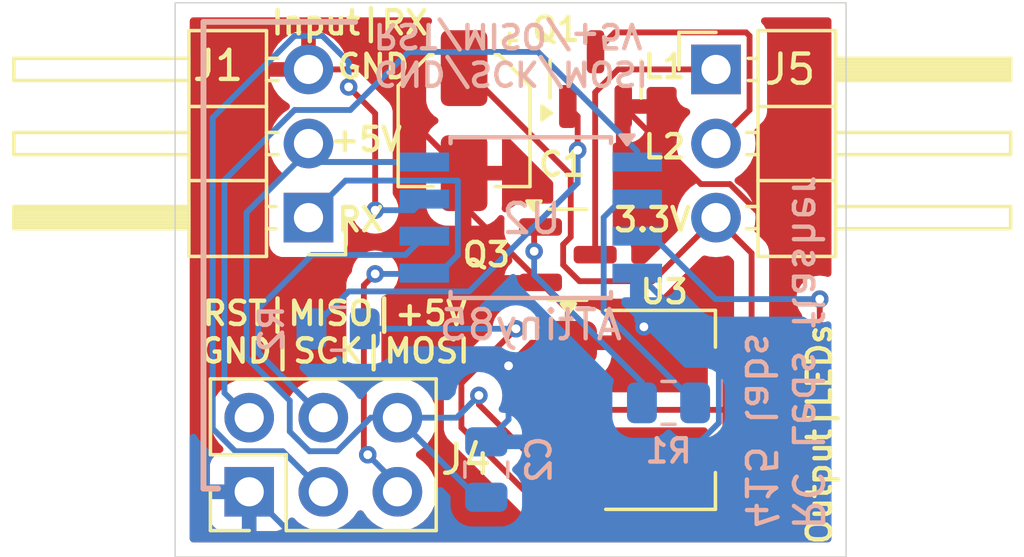
<source format=kicad_pcb>
(kicad_pcb (version 20240108) (generator "pcbnew") (generator_version "8.0")
  (layers (0 "F.Cu" signal) (31 "B.Cu" signal) (34 "B.Paste" user) (35 "F.Paste" user) (36 "B.SilkS" user "B.Silkscreen") (37 "F.SilkS" user "F.Silkscreen") (38 "B.Mask" user) (39 "F.Mask" user) (44 "Edge.Cuts" user))
  (net 0 "")
  (net 1 "GND")
  (net 2 "Net-(Q1-B)")
  (net 3 "Net-(J5-Pin_2)")
  (net 4 "Net-(Q3-B)")
  (net 5 "Net-(J5-Pin_1)")
  (net 6 "Net-(U2-XTAL1{slash}PB3)")
  (net 7 "Net-(J1-Pin_1)")
  (net 8 "Net-(U2-XTAL2{slash}PB4)")
  (net 9 "+5V")
  (net 10 "+3.3V")
  (net 11 "Net-(J4-Pin_3)")
  (net 12 "Net-(J4-Pin_4)")
  (net 13 "Net-(J4-Pin_2)")
  (footprint "Package_TO_SOT_SMD:SOT-223-3_TabPin2" (layer "F.Cu") (at 113.64 35.8)
    (property "Reference" "U3" (at 0.152 -4.05 180) (layer "F.SilkS") (effects (font (size 0.8 0.8))))
    (property "Value" "LD1117S33TR_SOT223" (hide yes))
    (fp_line (start -1.85 -3.41) (end 1.91 -3.41) (stroke (width 0.12)) (layer "F.SilkS"))
    (fp_line (start -1.85 3.41) (end 1.91 3.41) (stroke (width 0.12)) (layer "F.SilkS"))
    (fp_line (start 1.91 -3.41) (end 1.91 -2.15) (stroke (width 0.12)) (layer "F.SilkS"))
    (fp_line (start 1.91 3.41) (end 1.91 2.15) (stroke (width 0.12)) (layer "F.SilkS"))
    (fp_poly (pts (xy -3.13 -3.31) (xy -3.37 -3.64) (xy -2.89 -3.64) (xy -3.13 -3.31)) (stroke (width 0.12)) (fill solid) (layer "F.SilkS"))
    (pad "1" smd roundrect (at -3.15 -2.3) (size 2 1.5) (layers "F.Cu" "F.Paste" "F.Mask") (net 1 "GND"))
    (pad "2" smd roundrect (at -3.15 0) (size 2 1.5) (layers "F.Cu" "F.Paste" "F.Mask") (net 10 "+3.3V"))
    (pad "2" smd roundrect (at 3.15 0) (size 2 3.8) (layers "F.Cu" "F.Paste" "F.Mask") (net 10 "+3.3V"))
    (pad "3" smd roundrect (at -3.15 2.3) (size 2 1.5) (layers "F.Cu" "F.Paste" "F.Mask") (net 9 "+5V"))
  )
  (footprint "Capacitor_SMD:CP_Elec_4x4.5" (layer "F.Cu") (at 106.934 25.886 -90)
    (property "Reference" "C1" (at 1.4952 -3.3528 180) (layer "F.SilkS") (effects (font (size 0.8 0.8))))
    (property "Value" "10uF" (hide yes))
    (fp_line (start -1.195563 2.26) (end 2.26 2.26) (stroke (width 0.12)) (layer "F.SilkS"))
    (fp_line (start 2.26 2.26) (end 2.26 1.06) (stroke (width 0.12)) (layer "F.SilkS"))
    (fp_line (start -2.26 1.195563) (end -1.195563 2.26) (stroke (width 0.12)) (layer "F.SilkS"))
    (fp_line (start -2.26 1.195563) (end -2.26 1.06) (stroke (width 0.12)) (layer "F.SilkS"))
    (fp_line (start -2.26 -1.195563) (end -2.26 -1.06) (stroke (width 0.12)) (layer "F.SilkS"))
    (fp_line (start -2.26 -1.195563) (end -1.195563 -2.26) (stroke (width 0.12)) (layer "F.SilkS"))
    (fp_line (start -3 -1.56) (end -2.5 -1.56) (stroke (width 0.12)) (layer "F.SilkS"))
    (fp_line (start -2.75 -1.81) (end -2.75 -1.31) (stroke (width 0.12)) (layer "F.SilkS"))
    (fp_line (start -1.195563 -2.26) (end 2.26 -2.26) (stroke (width 0.12)) (layer "F.SilkS"))
    (fp_line (start 2.26 -2.26) (end 2.26 -1.06) (stroke (width 0.12)) (layer "F.SilkS"))
    (pad "1" smd roundrect (at -1.8 0 270) (size 2.6 1.6) (layers "F.Cu" "F.Paste" "F.Mask") (roundrect_rratio 0.15625) (net 10 "+3.3V"))
    (pad "2" smd roundrect (at 1.8 0 270) (size 2.6 1.6) (layers "F.Cu" "F.Paste" "F.Mask") (roundrect_rratio 0.15625) (net 1 "GND"))
  )
  (footprint "Package_TO_SOT_SMD:SOT-23" (layer "F.Cu") (at 110.49 30.48)
    (property "Reference" "Q3" (at -2.794 0 0) (layer "F.SilkS") (effects (font (size 0.8 0.8))))
    (property "Value" "MMBT2222A" (hide yes))
    (fp_line (start 0 -1.56) (end -0.65 -1.56) (stroke (width 0.12)) (layer "F.SilkS"))
    (fp_line (start 0 -1.56) (end 0.65 -1.56) (stroke (width 0.12)) (layer "F.SilkS"))
    (fp_line (start 0 1.56) (end -0.65 1.56) (stroke (width 0.12)) (layer "F.SilkS"))
    (fp_line (start 0 1.56) (end 0.65 1.56) (stroke (width 0.12)) (layer "F.SilkS"))
    (fp_poly (pts (xy -1.1625 -1.51) (xy -1.4025 -1.84) (xy -0.9225 -1.84) (xy -1.1625 -1.51)) (stroke (width 0.12)) (fill solid) (layer "F.SilkS"))
    (pad "1" smd roundrect (at -0.9375 -0.95) (size 1.475 0.6) (layers "F.Cu" "F.Paste" "F.Mask") (net 4 "Net-(Q3-B)"))
    (pad "2" smd roundrect (at -0.9375 0.95) (size 1.475 0.6) (layers "F.Cu" "F.Paste" "F.Mask") (net 1 "GND"))
    (pad "3" smd roundrect (at 0.9375 0) (size 1.475 0.6) (layers "F.Cu" "F.Paste" "F.Mask") (net 5 "Net-(J5-Pin_1)"))
  )
  (footprint "Connector_PinHeader_2.54mm:PinHeader_1x03_P2.54mm_Horizontal" (layer "F.Cu") (at 115.57 24.13)
    (property "Reference" "J5" (at 2.54 0 0) (layer "F.SilkS"))
    (property "Value" "Conn_01x03_Pin" (hide yes))
    (fp_line (start -1.27 -1.27) (end 0 -1.27) (stroke (width 0.12)) (layer "F.SilkS"))
    (fp_line (start -1.27 0) (end -1.27 -1.27) (stroke (width 0.12)) (layer "F.SilkS"))
    (fp_line (start 1.042929 2.16) (end 1.44 2.16) (stroke (width 0.12)) (layer "F.SilkS"))
    (fp_line (start 1.042929 2.92) (end 1.44 2.92) (stroke (width 0.12)) (layer "F.SilkS"))
    (fp_line (start 1.042929 4.7) (end 1.44 4.7) (stroke (width 0.12)) (layer "F.SilkS"))
    (fp_line (start 1.042929 5.46) (end 1.44 5.46) (stroke (width 0.12)) (layer "F.SilkS"))
    (fp_line (start 1.11 -0.38) (end 1.44 -0.38) (stroke (width 0.12)) (layer "F.SilkS"))
    (fp_line (start 1.11 0.38) (end 1.44 0.38) (stroke (width 0.12)) (layer "F.SilkS"))
    (fp_line (start 1.44 -1.33) (end 1.44 6.41) (stroke (width 0.12)) (layer "F.SilkS"))
    (fp_line (start 1.44 1.27) (end 4.1 1.27) (stroke (width 0.12)) (layer "F.SilkS"))
    (fp_line (start 1.44 3.81) (end 4.1 3.81) (stroke (width 0.12)) (layer "F.SilkS"))
    (fp_line (start 1.44 6.41) (end 4.1 6.41) (stroke (width 0.12)) (layer "F.SilkS"))
    (fp_line (start 4.1 -1.33) (end 1.44 -1.33) (stroke (width 0.12)) (layer "F.SilkS"))
    (fp_line (start 4.1 -0.38) (end 10.1 -0.38) (stroke (width 0.12)) (layer "F.SilkS"))
    (fp_line (start 4.1 -0.32) (end 10.1 -0.32) (stroke (width 0.12)) (layer "F.SilkS"))
    (fp_line (start 4.1 -0.2) (end 10.1 -0.2) (stroke (width 0.12)) (layer "F.SilkS"))
    (fp_line (start 4.1 -0.08) (end 10.1 -0.08) (stroke (width 0.12)) (layer "F.SilkS"))
    (fp_line (start 4.1 0.04) (end 10.1 0.04) (stroke (width 0.12)) (layer "F.SilkS"))
    (fp_line (start 4.1 0.16) (end 10.1 0.16) (stroke (width 0.12)) (layer "F.SilkS"))
    (fp_line (start 4.1 0.28) (end 10.1 0.28) (stroke (width 0.12)) (layer "F.SilkS"))
    (fp_line (start 4.1 2.16) (end 10.1 2.16) (stroke (width 0.12)) (layer "F.SilkS"))
    (fp_line (start 4.1 4.7) (end 10.1 4.7) (stroke (width 0.12)) (layer "F.SilkS"))
    (fp_line (start 4.1 6.41) (end 4.1 -1.33) (stroke (width 0.12)) (layer "F.SilkS"))
    (fp_line (start 10.1 -0.38) (end 10.1 0.38) (stroke (width 0.12)) (layer "F.SilkS"))
    (fp_line (start 10.1 0.38) (end 4.1 0.38) (stroke (width 0.12)) (layer "F.SilkS"))
    (fp_line (start 10.1 2.16) (end 10.1 2.92) (stroke (width 0.12)) (layer "F.SilkS"))
    (fp_line (start 10.1 2.92) (end 4.1 2.92) (stroke (width 0.12)) (layer "F.SilkS"))
    (fp_line (start 10.1 4.7) (end 10.1 5.46) (stroke (width 0.12)) (layer "F.SilkS"))
    (fp_line (start 10.1 5.46) (end 4.1 5.46) (stroke (width 0.12)) (layer "F.SilkS"))
    (pad "1" thru_hole rect (at 0 0) (size 1.7 1.7) (drill 1) (layers "*.Cu" "*.Mask") (net 5 "Net-(J5-Pin_1)"))
    (pad "2" thru_hole oval (at 0 2.54) (size 1.7 1.7) (drill 1) (layers "*.Cu" "*.Mask") (net 3 "Net-(J5-Pin_2)"))
    (pad "3" thru_hole oval (at 0 5.08) (size 1.7 1.7) (drill 1) (layers "*.Cu" "*.Mask") (net 10 "+3.3V"))
  )
  (footprint "Connector_PinHeader_2.54mm:PinHeader_2x03_P2.54mm_Vertical" (layer "F.Cu") (at 99.568 38.608 90)
    (property "Reference" "J4" (at 1.108 7.432 180) (layer "F.SilkS"))
    (property "Value" "Prog_header" (hide yes))
    (fp_line (start 3.87 -1.33) (end 3.87 6.41) (stroke (width 0.12)) (layer "F.SilkS"))
    (fp_line (start 1.27 -1.33) (end 3.87 -1.33) (stroke (width 0.12)) (layer "F.SilkS"))
    (fp_line (start -1.33 -1.33) (end 0 -1.33) (stroke (width 0.12)) (layer "F.SilkS"))
    (fp_line (start -1.33 0) (end -1.33 -1.33) (stroke (width 0.12)) (layer "F.SilkS"))
    (fp_line (start 1.27 1.27) (end 1.27 -1.33) (stroke (width 0.12)) (layer "F.SilkS"))
    (fp_line (start -1.33 1.27) (end 1.27 1.27) (stroke (width 0.12)) (layer "F.SilkS"))
    (fp_line (start -1.33 1.27) (end -1.33 6.41) (stroke (width 0.12)) (layer "F.SilkS"))
    (fp_line (start -1.33 6.41) (end 3.87 6.41) (stroke (width 0.12)) (layer "F.SilkS"))
    (pad "1" thru_hole rect (at 0 0 90) (size 1.7 1.7) (drill 1) (layers "*.Cu" "*.Mask") (net 1 "GND"))
    (pad "2" thru_hole oval (at 2.54 0 90) (size 1.7 1.7) (drill 1) (layers "*.Cu" "*.Mask") (net 13 "Net-(J4-Pin_2)"))
    (pad "3" thru_hole oval (at 0 2.54 90) (size 1.7 1.7) (drill 1) (layers "*.Cu" "*.Mask") (net 11 "Net-(J4-Pin_3)"))
    (pad "4" thru_hole oval (at 2.54 2.54 90) (size 1.7 1.7) (drill 1) (layers "*.Cu" "*.Mask") (net 12 "Net-(J4-Pin_4)"))
    (pad "5" thru_hole oval (at 0 5.08 90) (size 1.7 1.7) (drill 1) (layers "*.Cu" "*.Mask") (net 7 "Net-(J1-Pin_1)"))
    (pad "6" thru_hole oval (at 2.54 5.08 90) (size 1.7 1.7) (drill 1) (layers "*.Cu" "*.Mask") (net 9 "+5V"))
  )
  (footprint "Package_TO_SOT_SMD:SOT-23" (layer "F.Cu") (at 111.44 24.4625 90)
    (property "Reference" "Q1" (at 1.7041 -1.3564 180) (layer "F.SilkS") (effects (font (size 0.8 0.8))))
    (property "Value" "MMBT2222A" (hide yes))
    (fp_line (start 0 -1.56) (end 0.65 -1.56) (stroke (width 0.12)) (layer "F.SilkS"))
    (fp_line (start 0 -1.56) (end -0.65 -1.56) (stroke (width 0.12)) (layer "F.SilkS"))
    (fp_line (start 0 1.56) (end 0.65 1.56) (stroke (width 0.12)) (layer "F.SilkS"))
    (fp_line (start 0 1.56) (end -0.65 1.56) (stroke (width 0.12)) (layer "F.SilkS"))
    (fp_poly (pts (xy -1.1625 -1.51) (xy -1.4025 -1.84) (xy -0.9225 -1.84) (xy -1.1625 -1.51)) (stroke (width 0.12)) (fill solid) (layer "F.SilkS"))
    (pad "1" smd roundrect (at -0.9375 -0.95 90) (size 1.475 0.6) (layers "F.Cu" "F.Paste" "F.Mask") (net 2 "Net-(Q1-B)"))
    (pad "2" smd roundrect (at -0.9375 0.95 90) (size 1.475 0.6) (layers "F.Cu" "F.Paste" "F.Mask") (net 1 "GND"))
    (pad "3" smd roundrect (at 0.9375 0 90) (size 1.475 0.6) (layers "F.Cu" "F.Paste" "F.Mask") (net 3 "Net-(J5-Pin_2)"))
  )
  (footprint "Connector_PinHeader_2.54mm:PinHeader_1x03_P2.54mm_Horizontal" (layer "F.Cu") (at 101.6 29.21 180)
    (property "Reference" "J1" (at 3.1 5.21 0) (layer "F.SilkS"))
    (property "Value" "RX-conn" (hide yes))
    (fp_line (start 10.1 5.46) (end 4.1 5.46) (stroke (width 0.12)) (layer "F.SilkS"))
    (fp_line (start 10.1 4.7) (end 10.1 5.46) (stroke (width 0.12)) (layer "F.SilkS"))
    (fp_line (start 10.1 2.92) (end 4.1 2.92) (stroke (width 0.12)) (layer "F.SilkS"))
    (fp_line (start 10.1 2.16) (end 10.1 2.92) (stroke (width 0.12)) (layer "F.SilkS"))
    (fp_line (start 10.1 0.38) (end 4.1 0.38) (stroke (width 0.12)) (layer "F.SilkS"))
    (fp_line (start 10.1 -0.38) (end 10.1 0.38) (stroke (width 0.12)) (layer "F.SilkS"))
    (fp_line (start 4.1 6.41) (end 4.1 -1.33) (stroke (width 0.12)) (layer "F.SilkS"))
    (fp_line (start 4.1 4.7) (end 10.1 4.7) (stroke (width 0.12)) (layer "F.SilkS"))
    (fp_line (start 4.1 2.16) (end 10.1 2.16) (stroke (width 0.12)) (layer "F.SilkS"))
    (fp_line (start 4.1 0.28) (end 10.1 0.28) (stroke (width 0.12)) (layer "F.SilkS"))
    (fp_line (start 4.1 0.16) (end 10.1 0.16) (stroke (width 0.12)) (layer "F.SilkS"))
    (fp_line (start 4.1 0.04) (end 10.1 0.04) (stroke (width 0.12)) (layer "F.SilkS"))
    (fp_line (start 4.1 -0.08) (end 10.1 -0.08) (stroke (width 0.12)) (layer "F.SilkS"))
    (fp_line (start 4.1 -0.2) (end 10.1 -0.2) (stroke (width 0.12)) (layer "F.SilkS"))
    (fp_line (start 4.1 -0.32) (end 10.1 -0.32) (stroke (width 0.12)) (layer "F.SilkS"))
    (fp_line (start 4.1 -0.38) (end 10.1 -0.38) (stroke (width 0.12)) (layer "F.SilkS"))
    (fp_line (start 4.1 -1.33) (end 1.44 -1.33) (stroke (width 0.12)) (layer "F.SilkS"))
    (fp_line (start 1.44 6.41) (end 4.1 6.41) (stroke (width 0.12)) (layer "F.SilkS"))
    (fp_line (start 1.44 3.81) (end 4.1 3.81) (stroke (width 0.12)) (layer "F.SilkS"))
    (fp_line (start 1.44 1.27) (end 4.1 1.27) (stroke (width 0.12)) (layer "F.SilkS"))
    (fp_line (start 1.44 -1.33) (end 1.44 6.41) (stroke (width 0.12)) (layer "F.SilkS"))
    (fp_line (start 1.11 0.38) (end 1.44 0.38) (stroke (width 0.12)) (layer "F.SilkS"))
    (fp_line (start 1.11 -0.38) (end 1.44 -0.38) (stroke (width 0.12)) (layer "F.SilkS"))
    (fp_line (start 1.042929 5.46) (end 1.44 5.46) (stroke (width 0.12)) (layer "F.SilkS"))
    (fp_line (start 1.042929 4.7) (end 1.44 4.7) (stroke (width 0.12)) (layer "F.SilkS"))
    (fp_line (start 1.042929 2.92) (end 1.44 2.92) (stroke (width 0.12)) (layer "F.SilkS"))
    (fp_line (start 1.042929 2.16) (end 1.44 2.16) (stroke (width 0.12)) (layer "F.SilkS"))
    (fp_line (start -1.27 0) (end -1.27 -1.27) (stroke (width 0.12)) (layer "F.SilkS"))
    (fp_line (start -1.27 -1.27) (end 0 -1.27) (stroke (width 0.12)) (layer "F.SilkS"))
    (pad "1" thru_hole rect (at 0 0 180) (size 1.7 1.7) (drill 1) (layers "*.Cu" "*.Mask") (net 7 "Net-(J1-Pin_1)"))
    (pad "2" thru_hole oval (at 0 2.54 180) (size 1.7 1.7) (drill 1) (layers "*.Cu" "*.Mask") (net 9 "+5V"))
    (pad "3" thru_hole oval (at 0 5.08 180) (size 1.7 1.7) (drill 1) (layers "*.Cu" "*.Mask") (net 1 "GND"))
  )
  (footprint "Capacitor_SMD:C_0805_2012Metric" (layer "B.Cu") (at 107.696 37.846 90)
    (property "Reference" "C2" (at 0.346 1.804 90) (layer "B.SilkS") (effects (font (size 0.8 0.8)) (justify mirror)))
    (property "Value" "100nF")
    (fp_line (start 0.261252 -0.735) (end -0.261252 -0.735) (stroke (width 0.12)) (layer "B.SilkS"))
    (fp_line (start 0.261252 0.735) (end -0.261252 0.735) (stroke (width 0.12)) (layer "B.SilkS"))
    (pad "1" smd roundrect (at -0.95 0 90) (size 1 1.45) (layers "B.Cu" "B.Paste" "B.Mask") (net 9 "+5V"))
    (pad "2" smd roundrect (at 0.95 0 90) (size 1 1.45) (layers "B.Cu" "B.Paste" "B.Mask") (net 1 "GND"))
  )
  (footprint "Resistor_SMD:R_0805_2012Metric" (layer "B.Cu") (at 113.9425 35.56)
    (property "Reference" "R1" (at 0 1.65 0) (layer "B.SilkS") (effects (font (size 0.8 0.8)) (justify mirror)))
    (property "Value" "2K2")
    (fp_line (start 0.227064 -0.735) (end -0.227064 -0.735) (stroke (width 0.12)) (layer "B.SilkS"))
    (fp_line (start 0.227064 0.735) (end -0.227064 0.735) (stroke (width 0.12)) (layer "B.SilkS"))
    (pad "1" smd roundrect (at -0.9125 0) (size 1.025 1.4) (layers "B.Cu" "B.Paste" "B.Mask") (roundrect_rratio 0.243902) (net 4 "Net-(Q3-B)"))
    (pad "2" smd roundrect (at 0.9125 0) (size 1.025 1.4) (layers "B.Cu" "B.Paste" "B.Mask") (roundrect_rratio 0.243902) (net 6 "Net-(U2-XTAL1{slash}PB3)"))
  )
  (footprint "Resistor_SMD:R_0805_2012Metric" (layer "B.Cu") (at 102.616 33.02)
    (property "Reference" "R2" (at -2.286 0 90) (layer "B.SilkS") (effects (font (size 0.8 0.8)) (justify mirror)))
    (property "Value" "2K2")
    (fp_line (start 0.227064 -0.735) (end -0.227064 -0.735) (stroke (width 0.12)) (layer "B.SilkS"))
    (fp_line (start 0.227064 0.735) (end -0.227064 0.735) (stroke (width 0.12)) (layer "B.SilkS"))
    (pad "1" smd roundrect (at -0.9125 0) (size 1.025 1.4) (layers "B.Cu" "B.Paste" "B.Mask") (roundrect_rratio 0.243902) (net 2 "Net-(Q1-B)"))
    (pad "2" smd roundrect (at 0.9125 0) (size 1.025 1.4) (layers "B.Cu" "B.Paste" "B.Mask") (roundrect_rratio 0.243902) (net 8 "Net-(U2-XTAL2{slash}PB4)"))
  )
  (footprint "Package_SO:SOIC-8W_5.3x5.3mm_P1.27mm" (layer "B.Cu") (at 109.22 29.21 180)
    (property "Reference" "U2" (at -0.03 -0.04 0) (layer "B.SilkS") (effects (justify mirror)))
    (property "Value" "ATtiny85" (at 0 -3.68 0) (layer "B.SilkS") (effects (justify mirror)))
    (fp_line (start 2.75 2.755) (end -2.75 2.755) (stroke (width 0.15)) (layer "B.SilkS"))
    (fp_line (start 2.75 2.55) (end 2.75 2.755) (stroke (width 0.15)) (layer "B.SilkS"))
    (fp_line (start 2.75 -2.55) (end 2.75 -2.755) (stroke (width 0.15)) (layer "B.SilkS"))
    (fp_line (start 2.75 -2.755) (end -2.75 -2.755) (stroke (width 0.15)) (layer "B.SilkS"))
    (fp_line (start -2.75 2.55) (end -2.75 2.755) (stroke (width 0.15)) (layer "B.SilkS"))
    (fp_line (start -2.75 -2.55) (end -2.75 -2.755) (stroke (width 0.15)) (layer "B.SilkS"))
    (fp_poly (pts (xy -3.3 2.5) (xy -3.54 2.83) (xy -3.06 2.83) (xy -3.3 2.5)) (stroke (width 0.12)) (fill solid) (layer "B.SilkS"))
    (pad "1" smd rect (at -3.65 1.905 180) (size 1.7 0.65) (layers "B.Cu" "B.Paste" "B.Mask") (net 13 "Net-(J4-Pin_2)"))
    (pad "2" smd rect (at -3.65 0.635 180) (size 1.7 0.65) (layers "B.Cu" "B.Paste" "B.Mask") (net 6 "Net-(U2-XTAL1{slash}PB3)"))
    (pad "3" smd rect (at -3.65 -0.635 180) (size 1.7 0.65) (layers "B.Cu" "B.Paste" "B.Mask") (net 8 "Net-(U2-XTAL2{slash}PB4)"))
    (pad "4" smd rect (at -3.65 -1.905 180) (size 1.7 0.65) (layers "B.Cu" "B.Paste" "B.Mask") (net 1 "GND"))
    (pad "5" smd rect (at 3.65 -1.905 180) (size 1.7 0.65) (layers "B.Cu" "B.Paste" "B.Mask") (net 7 "Net-(J1-Pin_1)"))
    (pad "6" smd rect (at 3.65 -0.635 180) (size 1.7 0.65) (layers "B.Cu" "B.Paste" "B.Mask") (net 12 "Net-(J4-Pin_4)"))
    (pad "7" smd rect (at 3.65 0.635 180) (size 1.7 0.65) (layers "B.Cu" "B.Paste" "B.Mask") (net 11 "Net-(J4-Pin_3)"))
    (pad "8" smd rect (at 3.65 1.905 180) (size 1.7 0.65) (layers "B.Cu" "B.Paste" "B.Mask") (net 9 "+5V"))
  )
  (gr_line (start 98 22.5) (end 98 38.5) (stroke (width 0.2)) (layer "B.SilkS"))
  (gr_line (start 103.2 22.5) (end 98 22.5) (stroke (width 0.2)) (layer "B.SilkS"))
  (gr_line (start 98.5 38.5) (end 98 38.5) (stroke (width 0.2)) (layer "B.SilkS"))
  (gr_rect (start 97.028 21.844) (end 120.028 40.844) (stroke (width 0.05)) (fill none) (layer "Edge.Cuts"))
  (gr_text "GND/SCK/MOSI\nRST/MISO/+5V" (at 103.75 22.5 180) (layer "B.SilkS") (effects (font (size 0.8 0.8)) (justify left bottom mirror)))
  (gr_text "RC Leds flasher\n415 labs" (at 116.5 40 270) (layer "B.SilkS") (effects (font (size 1 1)) (justify left bottom mirror)))
  (gr_text "Input|RX" (at 100.25 23 0) (layer "F.SilkS") (effects (font (size 0.8 0.8)) (justify left bottom)))
  (gr_text "+5V\n" (at 102.25 27 0) (layer "F.SilkS") (effects (font (size 0.8 0.8)) (justify left bottom)))
  (gr_text "L2" (at 113 27.25 0) (layer "F.SilkS") (effects (font (size 0.8 0.8)) (justify left bottom)))
  (gr_text "3.3V" (at 112 29.75 0) (layer "F.SilkS") (effects (font (size 0.8 0.8)) (justify left bottom)))
  (gr_text "L1" (at 113 24.5 0) (layer "F.SilkS") (effects (font (size 0.8 0.8)) (justify left bottom)))
  (gr_text "RX" (at 102.5 29.75 0) (layer "F.SilkS") (effects (font (size 0.8 0.8)) (justify left bottom)))
  (gr_text "Output|LEDs" (at 119.5832 40.4876 90) (layer "F.SilkS") (effects (font (size 0.8 0.8)) (justify left bottom)))
  (gr_text "RST|MISO|+5V\nGND|SCK|MOSI" (at 102.5 34.25 0) (layer "F.SilkS") (effects (font (size 0.8 0.8)) (justify bottom)))
  (gr_text "GND" (at 102.5 24.5 0) (layer "F.SilkS") (effects (font (size 0.8 0.8)) (justify left bottom)))
  (segment (start 109.19 34.8) (end 110.49 33.5) (width 0.2) (layer "F.Cu") (net 1))
  (segment (start 118.09 37.538642) (end 116.874048 38.754594) (width 0.2) (layer "F.Cu") (net 1))
  (segment (start 112.55 33.5) (end 110.49 33.5) (width 0.2) (layer "F.Cu") (net 1))
  (segment (start 108.458 34.29) (end 109.248 33.5) (width 0.2) (layer "F.Cu") (net 1))
  (segment (start 109.248 33.5) (end 110.49 33.5) (width 0.2) (layer "F.Cu") (net 1))
  (segment (start 116.046346 28.06) (end 118.09 30.103654) (width 0.2) (layer "F.Cu") (net 1))
  (segment (start 106.934 28.8115) (end 109.5525 31.43) (width 0.2) (layer "F.Cu") (net 1))
  (segment (start 109.44 37.05) (end 109.19 36.8) (width 0.2) (layer "F.Cu") (net 1))
  (segment (start 106.934 27.686) (end 106.934 28.8115) (width 0.2) (layer "F.Cu") (net 1))
  (segment (start 118.09 30.103654) (end 118.09 37.538642) (width 0.2) (layer "F.Cu") (net 1))
  (segment (start 111.394594 37.05) (end 109.44 37.05) (width 0.2) (layer "F.Cu") (net 1))
  (segment (start 110.49 32.3675) (end 109.5525 31.43) (width 0.2) (layer "F.Cu") (net 1))
  (segment (start 113.096765 32.953235) (end 112.55 33.5) (width 0.2) (layer "F.Cu") (net 1))
  (segment (start 106.934 27.686) (end 103.378 24.13) (width 0.2) (layer "F.Cu") (net 1))
  (segment (start 115.05 28.06) (end 116.046346 28.06) (width 0.2) (layer "F.Cu") (net 1))
  (segment (start 112.39 25.4) (end 115.05 28.06) (width 0.2) (layer "F.Cu") (net 1))
  (segment (start 103.378 24.13) (end 101.6 24.13) (width 0.2) (layer "F.Cu") (net 1))
  (segment (start 116.874048 38.754594) (end 113.099188 38.754594) (width 0.2) (layer "F.Cu") (net 1))
  (segment (start 109.19 36.8) (end 109.19 34.8) (width 0.2) (layer "F.Cu") (net 1))
  (segment (start 113.099188 38.754594) (end 111.394594 37.05) (width 0.2) (layer "F.Cu") (net 1))
  (segment (start 110.49 33.5) (end 110.49 32.3675) (width 0.2) (layer "F.Cu") (net 1))
  (via (at 108.458 34.29) (size 0.6) (drill 0.3) (layers "F.Cu" "B.Cu") (net 1))
  (via (at 113.096765 32.953235) (size 0.6) (drill 0.3) (layers "F.Cu" "B.Cu") (net 1))
  (segment (start 112.87 31.115) (end 112.87 32.72647) (width 0.2) (layer "B.Cu") (net 1))
  (segment (start 111.916244 39.996) (end 115.6675 36.244744) (width 0.2) (layer "B.Cu") (net 1))
  (segment (start 99.568 38.608) (end 100.956 39.996) (width 0.2) (layer "B.Cu") (net 1))
  (segment (start 108.458 36.134) (end 108.458 34.29) (width 0.2) (layer "B.Cu") (net 1))
  (segment (start 112.87 32.72647) (end 113.096765 32.953235) (width 0.2) (layer "B.Cu") (net 1))
  (segment (start 107.696 36.896) (end 108.458 36.134) (width 0.2) (layer "B.Cu") (net 1))
  (segment (start 100.956 39.996) (end 111.916244 39.996) (width 0.2) (layer "B.Cu") (net 1))
  (segment (start 115.6675 33.9125) (end 112.87 31.115) (width 0.2) (layer "B.Cu") (net 1))
  (segment (start 115.6675 36.244744) (end 115.6675 33.9125) (width 0.2) (layer "B.Cu") (net 1))
  (segment (start 110.8275 26.898972) (end 110.8275 25.7375) (width 0.2) (layer "F.Cu") (net 2))
  (segment (start 110.8275 25.7375) (end 110.49 25.4) (width 0.2) (layer "F.Cu") (net 2))
  (via (at 110.8275 26.898972) (size 0.6) (drill 0.3) (layers "F.Cu" "B.Cu") (net 2))
  (segment (start 101.7035 33.02) (end 102.9835 31.74) (width 0.2) (layer "B.Cu") (net 2))
  (segment (start 102.9835 31.74) (end 107.109654 31.74) (width 0.2) (layer "B.Cu") (net 2))
  (segment (start 107.109654 31.74) (end 110.8275 28.022154) (width 0.2) (layer "B.Cu") (net 2))
  (segment (start 110.8275 28.022154) (end 110.8275 26.898972) (width 0.2) (layer "B.Cu") (net 2))
  (segment (start 116.72 25.52) (end 116.72 22.98) (width 0.2) (layer "F.Cu") (net 3))
  (segment (start 115.57 26.67) (end 116.72 25.52) (width 0.2) (layer "F.Cu") (net 3))
  (segment (start 116.6 22.86) (end 112.105 22.86) (width 0.2) (layer "F.Cu") (net 3))
  (segment (start 116.72 22.98) (end 116.6 22.86) (width 0.2) (layer "F.Cu") (net 3))
  (segment (start 112.105 22.86) (end 111.44 23.525) (width 0.2) (layer "F.Cu") (net 3))
  (segment (start 109.335515 29.746985) (end 109.5525 29.53) (width 0.2) (layer "F.Cu") (net 4))
  (segment (start 109.335515 30.364485) (end 109.335515 29.746985) (width 0.2) (layer "F.Cu") (net 4))
  (via (at 109.335515 30.364485) (size 0.6) (drill 0.3) (layers "F.Cu" "B.Cu") (net 4))
  (segment (start 109.335515 31.165515) (end 109.335515 30.364485) (width 0.2) (layer "B.Cu") (net 4))
  (segment (start 113.03 35.56) (end 113.03 34.86) (width 0.2) (layer "B.Cu") (net 4))
  (segment (start 113.03 34.86) (end 109.335515 31.165515) (width 0.2) (layer "B.Cu") (net 4))
  (segment (start 115.57 24.13) (end 112.213052 24.13) (width 0.2) (layer "F.Cu") (net 5))
  (segment (start 111.4275 24.915552) (end 111.4275 30.48) (width 0.2) (layer "F.Cu") (net 5))
  (segment (start 112.213052 24.13) (end 111.4275 24.915552) (width 0.2) (layer "F.Cu") (net 5))
  (segment (start 111.72 32.425) (end 114.855 35.56) (width 0.2) (layer "B.Cu") (net 6))
  (segment (start 111.72 29.2) (end 111.72 32.425) (width 0.2) (layer "B.Cu") (net 6))
  (segment (start 112.345 28.575) (end 111.72 29.2) (width 0.2) (layer "B.Cu") (net 6))
  (segment (start 112.87 28.575) (end 112.345 28.575) (width 0.2) (layer "B.Cu") (net 6))
  (segment (start 103.498 31.528) (end 103.886 31.14) (width 0.2) (layer "F.Cu") (net 7))
  (segment (start 103.498 37.204) (end 103.498 31.528) (width 0.2) (layer "F.Cu") (net 7))
  (segment (start 103.632 37.338) (end 103.498 37.204) (width 0.2) (layer "F.Cu") (net 7))
  (via (at 103.886 31.14) (size 0.6) (drill 0.3) (layers "F.Cu" "B.Cu") (net 7))
  (via (at 103.632 37.338) (size 0.6) (drill 0.3) (layers "F.Cu" "B.Cu") (net 7))
  (segment (start 103.886 31.14) (end 105.545 31.14) (width 0.2) (layer "B.Cu") (net 7))
  (segment (start 104.648 38.608) (end 104.648 38.354) (width 0.2) (layer "B.Cu") (net 7))
  (segment (start 106.72 30.49) (end 106.72 27.95) (width 0.2) (layer "B.Cu") (net 7))
  (segment (start 106.095 31.115) (end 106.72 30.49) (width 0.2) (layer "B.Cu") (net 7))
  (segment (start 104.648 38.354) (end 103.632 37.338) (width 0.2) (layer "B.Cu") (net 7))
  (segment (start 106.72 27.95) (end 106.71 27.94) (width 0.2) (layer "B.Cu") (net 7))
  (segment (start 106.71 27.94) (end 102.87 27.94) (width 0.2) (layer "B.Cu") (net 7))
  (segment (start 102.87 27.94) (end 101.6 29.21) (width 0.2) (layer "B.Cu") (net 7))
  (segment (start 105.57 31.115) (end 106.095 31.115) (width 0.2) (layer "B.Cu") (net 7))
  (segment (start 105.545 31.14) (end 105.57 31.115) (width 0.2) (layer "B.Cu") (net 7))
  (segment (start 106.842 34.89) (end 106.842 36.406594) (width 0.2) (layer "F.Cu") (net 8))
  (segment (start 109.59 39.154594) (end 117.039734 39.154594) (width 0.2) (layer "F.Cu") (net 8))
  (segment (start 108.712 33.02) (end 106.842 34.89) (width 0.2) (layer "F.Cu") (net 8))
  (segment (start 106.842 36.406594) (end 109.59 39.154594) (width 0.2) (layer "F.Cu") (net 8))
  (segment (start 119.126 37.068328) (end 119.126 32.004) (width 0.2) (layer "F.Cu") (net 8))
  (segment (start 117.039734 39.154594) (end 119.126 37.068328) (width 0.2) (layer "F.Cu") (net 8))
  (via (at 108.712 33.02) (size 0.6) (drill 0.3) (layers "F.Cu" "B.Cu") (net 8))
  (via (at 119.126 32.004) (size 0.6) (drill 0.3) (layers "F.Cu" "B.Cu") (net 8))
  (segment (start 113.395 29.845) (end 112.87 29.845) (width 0.2) (layer "B.Cu") (net 8))
  (segment (start 103.5285 33.02) (end 108.712 33.02) (width 0.2) (layer "B.Cu") (net 8))
  (segment (start 115.554 32.004) (end 113.395 29.845) (width 0.2) (layer "B.Cu") (net 8))
  (segment (start 119.126 32.004) (end 115.554 32.004) (width 0.2) (layer "B.Cu") (net 8))
  (segment (start 107.442 35.617686) (end 109.924314 38.1) (width 0.2) (layer "F.Cu") (net 9))
  (segment (start 107.442 35.306) (end 107.442 35.617686) (width 0.2) (layer "F.Cu") (net 9))
  (segment (start 109.924314 38.1) (end 110.49 38.1) (width 0.2) (layer "F.Cu") (net 9))
  (via (at 107.442 35.306) (size 0.6) (drill 0.3) (layers "F.Cu" "B.Cu") (net 9))
  (segment (start 105.57 27.305) (end 102.235 27.305) (width 0.2) (layer "B.Cu") (net 9))
  (segment (start 107.376 38.796) (end 107.696 38.796) (width 0.2) (layer "B.Cu") (net 9))
  (segment (start 99.475 29.035) (end 101.205 27.305) (width 0.2) (layer "B.Cu") (net 9))
  (segment (start 102.235 27.305) (end 101.6 26.67) (width 0.2) (layer "B.Cu") (net 9))
  (segment (start 104.648 36.068) (end 103.734346 36.068) (width 0.2) (layer "B.Cu") (net 9))
  (segment (start 100.958 35.483686) (end 99.475 34.000686) (width 0.2) (layer "B.Cu") (net 9))
  (segment (start 104.648 36.068) (end 107.376 38.796) (width 0.2) (layer "B.Cu") (net 9))
  (segment (start 104.648 36.068) (end 106.68 36.068) (width 0.2) (layer "B.Cu") (net 9))
  (segment (start 100.958 36.544346) (end 100.958 35.483686) (width 0.2) (layer "B.Cu") (net 9))
  (segment (start 106.68 36.068) (end 107.442 35.306) (width 0.2) (layer "B.Cu") (net 9))
  (segment (start 99.475 34.000686) (end 99.475 29.035) (width 0.2) (layer "B.Cu") (net 9))
  (segment (start 101.631654 37.218) (end 100.958 36.544346) (width 0.2) (layer "B.Cu") (net 9))
  (segment (start 102.584346 37.218) (end 101.631654 37.218) (width 0.2) (layer "B.Cu") (net 9))
  (segment (start 101.205 27.305) (end 105.57 27.305) (width 0.2) (layer "B.Cu") (net 9))
  (segment (start 103.734346 36.068) (end 102.584346 37.218) (width 0.2) (layer "B.Cu") (net 9))
  (segment (start 110.330552 30.83) (end 110.89 31.389448) (width 0.2) (layer "F.Cu") (net 10))
  (segment (start 110.49 35.8) (end 116.79 35.8) (width 0.2) (layer "F.Cu") (net 10))
  (segment (start 110.330552 30.13) (end 110.330552 30.83) (width 0.2) (layer "F.Cu") (net 10))
  (segment (start 116.79 35.8) (end 116.79 30.43) (width 0.2) (layer "F.Cu") (net 10))
  (segment (start 116.79 30.43) (end 115.57 29.21) (width 0.2) (layer "F.Cu") (net 10))
  (segment (start 110.59 29.870552) (end 110.330552 30.13) (width 0.2) (layer "F.Cu") (net 10))
  (segment (start 106.934 24.086) (end 110.59 27.742) (width 0.2) (layer "F.Cu") (net 10))
  (segment (start 110.59 27.742) (end 110.59 29.870552) (width 0.2) (layer "F.Cu") (net 10))
  (segment (start 110.89 31.389448) (end 113.390552 31.389448) (width 0.2) (layer "F.Cu") (net 10))
  (segment (start 113.390552 31.389448) (end 115.57 29.21) (width 0.2) (layer "F.Cu") (net 10))
  (segment (start 103.886 25.639528) (end 103.886 28.956) (width 0.2) (layer "F.Cu") (net 11))
  (segment (start 102.976472 24.73) (end 103.886 25.639528) (width 0.2) (layer "F.Cu") (net 11))
  (via (at 103.886 28.956) (size 0.6) (drill 0.3) (layers "F.Cu" "B.Cu") (net 11))
  (via (at 102.976472 24.73) (size 0.6) (drill 0.3) (layers "F.Cu" "B.Cu") (net 11))
  (segment (start 99.091654 37.218) (end 98.318 36.444346) (width 0.2) (layer "B.Cu") (net 11))
  (segment (start 102.976472 23.880126) (end 102.976472 24.73) (width 0.2) (layer "B.Cu") (net 11))
  (segment (start 98.318 25.785654) (end 101.123654 22.98) (width 0.2) (layer "B.Cu") (net 11))
  (segment (start 102.108 38.608) (end 100.718 37.218) (width 0.2) (layer "B.Cu") (net 11))
  (segment (start 100.718 37.218) (end 99.091654 37.218) (width 0.2) (layer "B.Cu") (net 11))
  (segment (start 103.886 28.956) (end 105.189 28.956) (width 0.2) (layer "B.Cu") (net 11))
  (segment (start 105.189 28.956) (end 105.57 28.575) (width 0.2) (layer "B.Cu") (net 11))
  (segment (start 98.318 36.444346) (end 98.318 25.785654) (width 0.2) (layer "B.Cu") (net 11))
  (segment (start 102.076346 22.98) (end 102.976472 23.880126) (width 0.2) (layer "B.Cu") (net 11))
  (segment (start 101.123654 22.98) (end 102.076346 22.98) (width 0.2) (layer "B.Cu") (net 11))
  (segment (start 99.875 33.835) (end 99.875 32.335256) (width 0.2) (layer "B.Cu") (net 12))
  (segment (start 99.875 32.335256) (end 101.720256 30.49) (width 0.2) (layer "B.Cu") (net 12))
  (segment (start 102.108 36.068) (end 99.875 33.835) (width 0.2) (layer "B.Cu") (net 12))
  (segment (start 101.720256 30.49) (end 104.925 30.49) (width 0.2) (layer "B.Cu") (net 12))
  (segment (start 104.925 30.49) (end 105.57 29.845) (width 0.2) (layer "B.Cu") (net 12))
  (segment (start 103.035 25.52) (end 105.025 23.53) (width 0.2) (layer "B.Cu") (net 13))
  (segment (start 112.87 26.931471) (end 112.87 27.305) (width 0.2) (layer "B.Cu") (net 13))
  (segment (start 98.718 27.925654) (end 101.123654 25.52) (width 0.2) (layer "B.Cu") (net 13))
  (segment (start 98.718 35.218) (end 98.718 27.925654) (width 0.2) (layer "B.Cu") (net 13))
  (segment (start 99.568 36.068) (end 98.718 35.218) (width 0.2) (layer "B.Cu") (net 13))
  (segment (start 105.025 23.53) (end 109.468529 23.53) (width 0.2) (layer "B.Cu") (net 13))
  (segment (start 101.123654 25.52) (end 103.035 25.52) (width 0.2) (layer "B.Cu") (net 13))
  (segment (start 109.468529 23.53) (end 112.87 26.931471) (width 0.2) (layer "B.Cu") (net 13))
  (zone (net 1) (net_name "GND") (layer "F.Cu") (connect_pads (clearance 0.5)) (min_thickness 0.25) (fill yes (thermal_gap 0.5) (thermal_bridge_width 0.5))
    (polygon (pts (xy 97.282 21.971) (xy 119.888 21.971) (xy 119.888 40.64) (xy 97.282 40.64)))
  )
  (zone (net 1) (net_name "GND") (layer "B.Cu") (connect_pads (clearance 0.5)) (min_thickness 0.25) (fill yes (thermal_gap 0.5) (thermal_bridge_width 0.5))
    (polygon (pts (xy 97.282 21.971) (xy 119.888 21.971) (xy 119.888 40.64) (xy 97.282 40.64)))
  )
)
</source>
